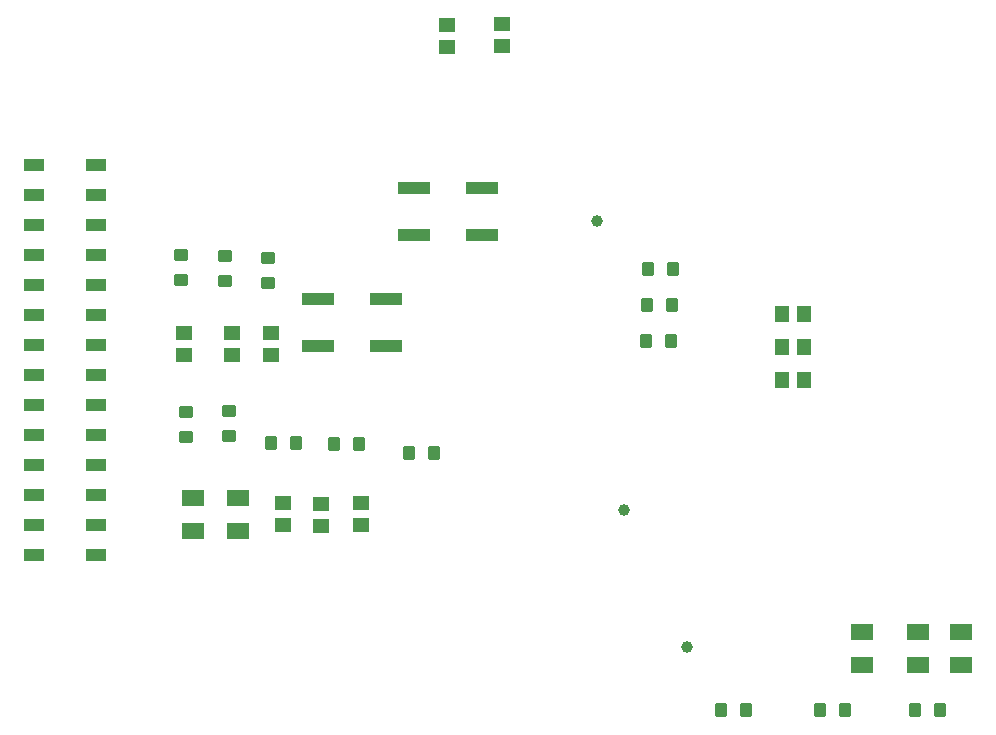
<source format=gtp>
G04*
G04 #@! TF.GenerationSoftware,Altium Limited,Altium Designer,24.1.2 (44)*
G04*
G04 Layer_Color=8421504*
%FSLAX44Y44*%
%MOMM*%
G71*
G04*
G04 #@! TF.SameCoordinates,E38D7037-6A90-4068-B891-1ACC2802136D*
G04*
G04*
G04 #@! TF.FilePolarity,Positive*
G04*
G01*
G75*
%ADD12R,1.3500X1.1500*%
G04:AMPARAMS|DCode=13|XSize=1.2mm|YSize=1.1mm|CornerRadius=0.275mm|HoleSize=0mm|Usage=FLASHONLY|Rotation=0.000|XOffset=0mm|YOffset=0mm|HoleType=Round|Shape=RoundedRectangle|*
%AMROUNDEDRECTD13*
21,1,1.2000,0.5500,0,0,0.0*
21,1,0.6500,1.1000,0,0,0.0*
1,1,0.5500,0.3250,-0.2750*
1,1,0.5500,-0.3250,-0.2750*
1,1,0.5500,-0.3250,0.2750*
1,1,0.5500,0.3250,0.2750*
%
%ADD13ROUNDEDRECTD13*%
%ADD14R,2.7500X1.0000*%
%ADD15C,1.0000*%
G04:AMPARAMS|DCode=16|XSize=1.2mm|YSize=1.1mm|CornerRadius=0.275mm|HoleSize=0mm|Usage=FLASHONLY|Rotation=90.000|XOffset=0mm|YOffset=0mm|HoleType=Round|Shape=RoundedRectangle|*
%AMROUNDEDRECTD16*
21,1,1.2000,0.5500,0,0,90.0*
21,1,0.6500,1.1000,0,0,90.0*
1,1,0.5500,0.2750,0.3250*
1,1,0.5500,0.2750,-0.3250*
1,1,0.5500,-0.2750,-0.3250*
1,1,0.5500,-0.2750,0.3250*
%
%ADD16ROUNDEDRECTD16*%
%ADD17R,1.9500X1.4000*%
%ADD18R,1.1500X1.3500*%
%ADD19R,1.8000X1.0000*%
D12*
X168910Y357230D02*
D03*
Y338730D02*
D03*
X209550Y357230D02*
D03*
Y338730D02*
D03*
X242570Y357230D02*
D03*
Y338730D02*
D03*
X391160Y599080D02*
D03*
Y617580D02*
D03*
X438150Y618850D02*
D03*
Y600350D02*
D03*
X252730Y194310D02*
D03*
Y212810D02*
D03*
X318770Y194860D02*
D03*
Y213360D02*
D03*
X284480Y193950D02*
D03*
Y212450D02*
D03*
D13*
X240030Y399710D02*
D03*
Y420710D02*
D03*
X166370Y402250D02*
D03*
Y423250D02*
D03*
X203200Y401320D02*
D03*
Y422320D02*
D03*
X170180Y268900D02*
D03*
Y289900D02*
D03*
X207010Y270170D02*
D03*
Y291170D02*
D03*
D14*
X363680Y479740D02*
D03*
X421180D02*
D03*
X363680Y439740D02*
D03*
X421180D02*
D03*
X282400Y385760D02*
D03*
X339900D02*
D03*
X282400Y345760D02*
D03*
X339900D02*
D03*
D15*
X594360Y91440D02*
D03*
X541020Y207010D02*
D03*
X518160Y452120D02*
D03*
D16*
X623230Y38100D02*
D03*
X644230D02*
D03*
X359070Y255270D02*
D03*
X380070D02*
D03*
X316570Y262890D02*
D03*
X295570D02*
D03*
X242230Y264160D02*
D03*
X263230D02*
D03*
X808990Y38100D02*
D03*
X787990D02*
D03*
X728050D02*
D03*
X707050D02*
D03*
X580730Y350520D02*
D03*
X559730D02*
D03*
X582000Y381000D02*
D03*
X561000D02*
D03*
X582930Y411480D02*
D03*
X561930D02*
D03*
D17*
X176530Y189200D02*
D03*
Y217200D02*
D03*
X826770Y104170D02*
D03*
Y76170D02*
D03*
X789940Y104170D02*
D03*
Y76170D02*
D03*
X742950Y104170D02*
D03*
Y76170D02*
D03*
X214630Y189200D02*
D03*
Y217200D02*
D03*
D18*
X693780Y317500D02*
D03*
X675280D02*
D03*
X693780Y345440D02*
D03*
X675280D02*
D03*
X693780Y373380D02*
D03*
X675280D02*
D03*
D19*
X93980Y448310D02*
D03*
X41980D02*
D03*
X93980Y372110D02*
D03*
X41980D02*
D03*
X93980Y346710D02*
D03*
X41980D02*
D03*
X93980Y295910D02*
D03*
X41980D02*
D03*
X93980Y245110D02*
D03*
X41980D02*
D03*
X93980Y219710D02*
D03*
X41980D02*
D03*
Y168910D02*
D03*
X93980D02*
D03*
X41980Y194310D02*
D03*
X93980D02*
D03*
X41980Y270510D02*
D03*
X93980D02*
D03*
X41980Y321310D02*
D03*
X93980D02*
D03*
X41980Y397510D02*
D03*
X93980D02*
D03*
X41980Y422910D02*
D03*
X93980D02*
D03*
X41980Y473710D02*
D03*
Y499110D02*
D03*
X93980Y473710D02*
D03*
Y499110D02*
D03*
M02*

</source>
